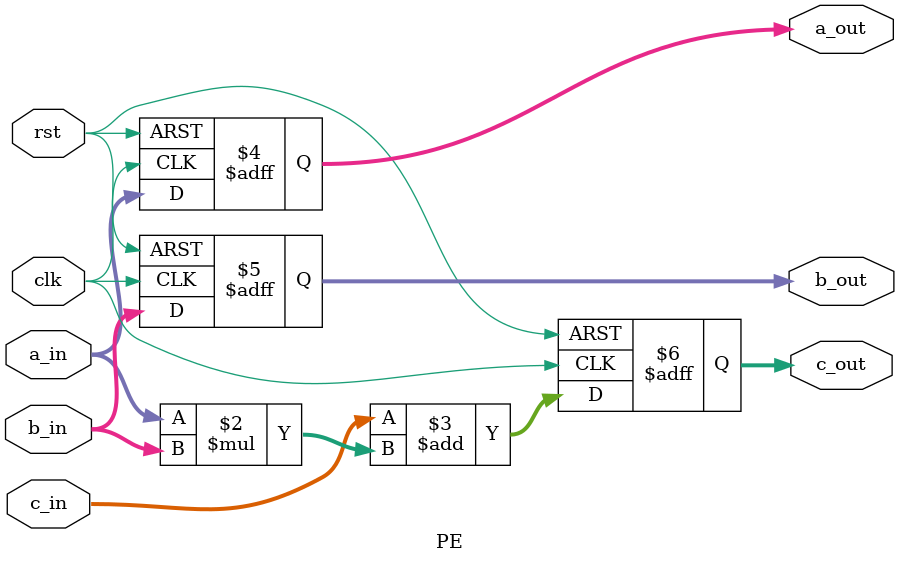
<source format=sv>
module PE (
    input  logic         clk,
    input  logic         rst,
    input  logic [7:0]   a_in,
    input  logic [7:0]   b_in,
    input  logic [7:0]  c_in,       // Accumulated C value from previous PE/initial 0

    output logic [7:0]   a_out,
    output logic [7:0]   b_out,
    output logic [7:0]  c_out       // Accumulated C value to next PE/final output
);

    always_ff @(posedge clk or posedge rst) begin
        if (rst) begin
            a_out <= 0;
            b_out <= 0;
            c_out <= 0;
        end else begin
            a_out <= a_in;
            b_out <= b_in;
            c_out <= c_in + a_in * b_in;
        end
    end

endmodule
</source>
